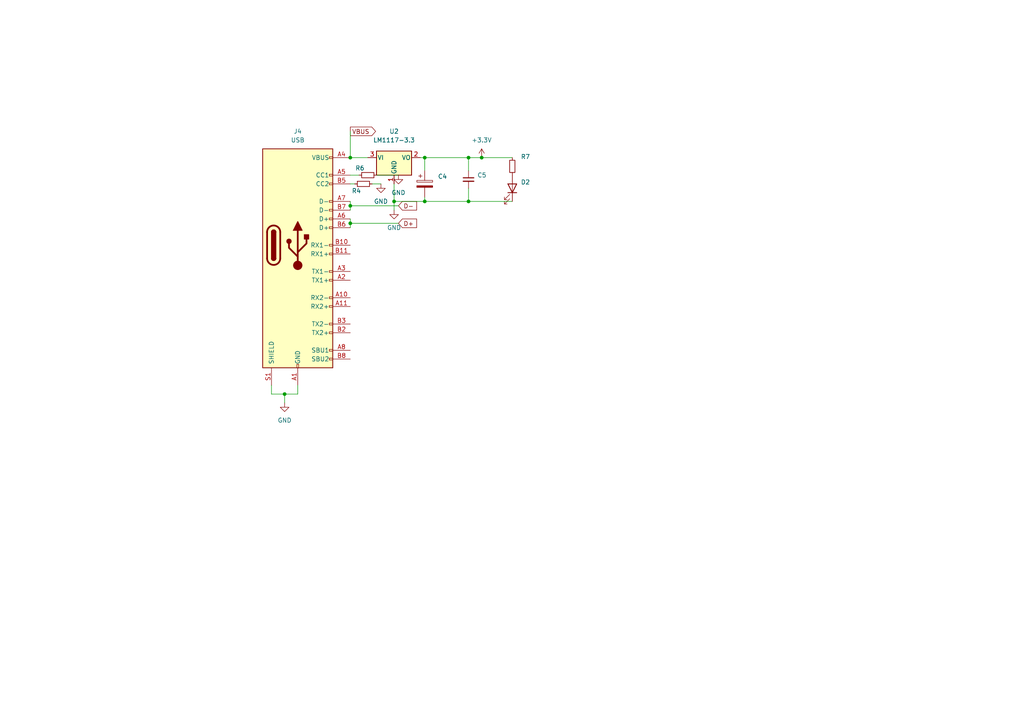
<source format=kicad_sch>
(kicad_sch (version 20231120) (generator "eeschema") (generator_version "8.0")
  (paper "A4")
  (title_block (title "Swindle CH32V303") (rev "H"))
  (lib_symbols
    (symbol "Connector:USB_C_Receptacle" (pin_names (offset 1.016))
      (property "Reference" "J" (at -10.16 29.21 0))
      (property "Value" "USB_C_Receptacle" (at 10.16 29.21 0))
      (symbol "USB_C_Receptacle_0_0"
        (rectangle (start -0.254 -35.56) (end 0.254 -34.544))
        (rectangle (start 10.16 -32.766) (end 9.144 -33.274))
        (rectangle (start 10.16 -30.226) (end 9.144 -30.734))
        (rectangle (start 10.16 -25.146) (end 9.144 -25.654))
        (rectangle (start 10.16 -22.606) (end 9.144 -23.114))
        (rectangle (start 10.16 -17.526) (end 9.144 -18.034))
        (rectangle (start 10.16 -14.986) (end 9.144 -15.494))
        (rectangle (start 10.16 -9.906) (end 9.144 -10.414))
        (rectangle (start 10.16 -7.366) (end 9.144 -7.874))
        (rectangle (start 10.16 -2.286) (end 9.144 -2.794))
        (rectangle (start 10.16 0.254) (end 9.144 -0.254))
        (rectangle (start 10.16 5.334) (end 9.144 4.826))
        (rectangle (start 10.16 7.874) (end 9.144 7.366))
        (rectangle (start 10.16 10.414) (end 9.144 9.906))
        (rectangle (start 10.16 12.954) (end 9.144 12.446))
        (rectangle (start 10.16 18.034) (end 9.144 17.526))
        (rectangle (start 10.16 20.574) (end 9.144 20.066))
        (rectangle (start 10.16 25.654) (end 9.144 25.146))
      )
      (symbol "USB_C_Receptacle_0_1"
        (rectangle (start -10.16 27.94) (end 10.16 -35.56) (stroke (width 0.254)) (fill (type background)))
        (arc (start -8.89 -3.81) (mid -6.985 -5.7067) (end -5.08 -3.81) (stroke (width 0.508)))
        (arc (start -7.62 -3.81) (mid -6.985 -4.4423) (end -6.35 -3.81) (stroke (width 0.254)))
        (arc (start -7.62 -3.81) (mid -6.985 -4.4423) (end -6.35 -3.81) (stroke (width 0.254)) (fill (type outline)))
        (rectangle (start -7.62 -3.81) (end -6.35 3.81) (stroke (width 0.254)) (fill (type outline)))
        (arc (start -6.35 3.81) (mid -6.985 4.4423) (end -7.62 3.81) (stroke (width 0.254)))
        (arc (start -6.35 3.81) (mid -6.985 4.4423) (end -7.62 3.81) (stroke (width 0.254)) (fill (type outline)))
        (arc (start -5.08 3.81) (mid -6.985 5.7067) (end -8.89 3.81) (stroke (width 0.508)))
        (polyline (pts (xy -8.89 -3.81) (xy -8.89 3.81)) (stroke (width 0.508)))
        (polyline (pts (xy -5.08 3.81) (xy -5.08 -3.81)) (stroke (width 0.508)))
      )
      (symbol "USB_C_Receptacle_1_1"
        (circle (center -2.54 1.143) (radius 0.635) (stroke (width 0.254)) (fill (type outline)))
        (circle (center 0 -5.842) (radius 1.27) (fill (type outline)))
        (polyline (pts (xy 0 -5.842) (xy 0 4.318)) (stroke (width 0.508)))
        (polyline (pts (xy 0 -3.302) (xy -2.54 -0.762) (xy -2.54 0.508)) (stroke (width 0.508)))
        (polyline (pts (xy 0 -2.032) (xy 2.54 0.508) (xy 2.54 1.778)) (stroke (width 0.508)))
        (polyline (pts (xy -1.27 4.318) (xy 0 6.858) (xy 1.27 4.318) (xy -1.27 4.318)) (stroke (width 0.254)) (fill (type outline)))
        (rectangle (start 1.905 1.778) (end 3.175 3.048) (stroke (width 0.254)) (fill (type outline)))
        (pin passive line (at 0 -40.64 90) (length 5.08) (name "GND") (number "A1"))
        (pin bidirectional line (at 15.24 -15.24 180) (length 5.08) (name "RX2-") (number "A10"))
        (pin bidirectional line (at 15.24 -17.78 180) (length 5.08) (name "RX2+") (number "A11"))
        (pin passive line (at 0 -40.64 90) (length 5.08) hide (name "GND") (number "A12"))
        (pin bidirectional line (at 15.24 -10.16 180) (length 5.08) (name "TX1+") (number "A2"))
        (pin bidirectional line (at 15.24 -7.62 180) (length 5.08) (name "TX1-") (number "A3"))
        (pin passive line (at 15.24 25.4 180) (length 5.08) (name "VBUS") (number "A4"))
        (pin bidirectional line (at 15.24 20.32 180) (length 5.08) (name "CC1") (number "A5"))
        (pin bidirectional line (at 15.24 7.62 180) (length 5.08) (name "D+") (number "A6"))
        (pin bidirectional line (at 15.24 12.7 180) (length 5.08) (name "D-") (number "A7"))
        (pin bidirectional line (at 15.24 -30.48 180) (length 5.08) (name "SBU1") (number "A8"))
        (pin passive line (at 15.24 25.4 180) (length 5.08) hide (name "VBUS") (number "A9"))
        (pin passive line (at 0 -40.64 90) (length 5.08) hide (name "GND") (number "B1"))
        (pin bidirectional line (at 15.24 0 180) (length 5.08) (name "RX1-") (number "B10"))
        (pin bidirectional line (at 15.24 -2.54 180) (length 5.08) (name "RX1+") (number "B11"))
        (pin passive line (at 0 -40.64 90) (length 5.08) hide (name "GND") (number "B12"))
        (pin bidirectional line (at 15.24 -25.4 180) (length 5.08) (name "TX2+") (number "B2"))
        (pin bidirectional line (at 15.24 -22.86 180) (length 5.08) (name "TX2-") (number "B3"))
        (pin passive line (at 15.24 25.4 180) (length 5.08) hide (name "VBUS") (number "B4"))
        (pin bidirectional line (at 15.24 17.78 180) (length 5.08) (name "CC2") (number "B5"))
        (pin bidirectional line (at 15.24 5.08 180) (length 5.08) (name "D+") (number "B6"))
        (pin bidirectional line (at 15.24 10.16 180) (length 5.08) (name "D-") (number "B7"))
        (pin bidirectional line (at 15.24 -33.02 180) (length 5.08) (name "SBU2") (number "B8"))
        (pin passive line (at 15.24 25.4 180) (length 5.08) hide (name "VBUS") (number "B9"))
        (pin passive line (at -7.62 -40.64 90) (length 5.08) (name "SHIELD") (number "S1"))
      )
    )
    (symbol "Device:C_Polarized" (pin_numbers hide) (pin_names (offset 0.254))
      (property "Reference" "C" (at 0.635 2.54 0))
      (property "Value" "C_Polarized" (at 0.635 -2.54 0))
      (symbol "C_Polarized_0_1"
        (rectangle (start -2.286 0.508) (end 2.286 1.016))
        (polyline (pts (xy -1.778 2.286) (xy -0.762 2.286)))
        (polyline (pts (xy -1.27 2.794) (xy -1.27 1.778)))
        (rectangle (start 2.286 -0.508) (end -2.286 -1.016) (fill (type outline)))
      )
      (symbol "C_Polarized_1_1"
        (pin passive line (at 0 3.81 270) (length 2.794) (name "~") (number "1"))
        (pin passive line (at 0 -3.81 90) (length 2.794) (name "~") (number "2"))
      )
    )
    (symbol "Device:C_Small" (pin_numbers hide) (pin_names (offset 0.254) hide)
      (property "Reference" "C" (at 0.254 1.778 0))
      (property "Value" "C_Small" (at 0.254 -2.032 0))
      (symbol "C_Small_0_1"
        (polyline (pts (xy -1.524 -0.508) (xy 1.524 -0.508)) (stroke (width 0.3302)))
        (polyline (pts (xy -1.524 0.508) (xy 1.524 0.508)) (stroke (width 0.3048)))
      )
      (symbol "C_Small_1_1"
        (pin passive line (at 0 2.54 270) (length 2.032) (name "~") (number "1"))
        (pin passive line (at 0 -2.54 90) (length 2.032) (name "~") (number "2"))
      )
    )
    (symbol "Device:LED" (pin_numbers hide) (pin_names (offset 1.016) hide)
      (property "Reference" "D" (at 0 2.54 0))
      (property "Value" "LED" (at 0 -2.54 0))
      (symbol "LED_0_1"
        (polyline (pts (xy -1.27 -1.27) (xy -1.27 1.27)) (stroke (width 0.254)))
        (polyline (pts (xy -1.27 0) (xy 1.27 0)))
        (polyline (pts (xy 1.27 -1.27) (xy 1.27 1.27) (xy -1.27 0) (xy 1.27 -1.27)) (stroke (width 0.254)))
        (polyline (pts (xy -3.048 -0.762) (xy -4.572 -2.286) (xy -3.81 -2.286) (xy -4.572 -2.286) (xy -4.572 -1.524)))
        (polyline (pts (xy -1.778 -0.762) (xy -3.302 -2.286) (xy -2.54 -2.286) (xy -3.302 -2.286) (xy -3.302 -1.524)))
      )
      (symbol "LED_1_1"
        (pin passive line (at -3.81 0 0) (length 2.54) (name "K") (number "1"))
        (pin passive line (at 3.81 0 180) (length 2.54) (name "A") (number "2"))
      )
    )
    (symbol "Device:R_Small" (pin_numbers hide) (pin_names (offset 0.254) hide)
      (property "Reference" "R" (at 0.762 0.508 0))
      (property "Value" "R_Small" (at 0.762 -1.016 0))
      (symbol "R_Small_0_1"
        (rectangle (start -0.762 1.778) (end 0.762 -1.778) (stroke (width 0.2032)))
      )
      (symbol "R_Small_1_1"
        (pin passive line (at 0 2.54 270) (length 0.762) (name "~") (number "1"))
        (pin passive line (at 0 -2.54 90) (length 0.762) (name "~") (number "2"))
      )
    )
    (symbol "Regulator_Linear:LM1117-3.3" (pin_names (offset 0.254))
      (property "Reference" "U" (at -3.81 3.175 0))
      (property "Value" "LM1117-3.3" (at 0 3.175 0))
      (symbol "LM1117-3.3_0_1"
        (rectangle (start -5.08 -5.08) (end 5.08 1.905) (stroke (width 0.254)) (fill (type background)))
      )
      (symbol "LM1117-3.3_1_1"
        (pin power_in line (at 0 -7.62 90) (length 2.54) (name "GND") (number "1"))
        (pin power_out line (at 7.62 0 180) (length 2.54) (name "VO") (number "2"))
        (pin power_in line (at -7.62 0 0) (length 2.54) (name "VI") (number "3"))
      )
    )
    (symbol "power:+3.3V" (power) (pin_names (offset 0))
      (property "Value" "+3.3V" (at 0 3.556 0))
      (symbol "+3.3V_0_1"
        (polyline (pts (xy -0.762 1.27) (xy 0 2.54)))
        (polyline (pts (xy 0 0) (xy 0 2.54)))
        (polyline (pts (xy 0 2.54) (xy 0.762 1.27)))
      )
      (symbol "+3.3V_1_1"
        (pin power_in line (at 0 0 90) (length 0) hide (name "+3.3V") (number "1"))
      )
    )
    (symbol "power:GND" (power) (pin_names (offset 0))
      (property "Value" "GND" (at 0 -3.81 0))
      (symbol "GND_0_1"
        (polyline (pts (xy 0 0) (xy 0 -1.27) (xy 1.27 -1.27) (xy 0 -2.54) (xy -1.27 -1.27) (xy 0 -1.27)))
      )
      (symbol "GND_1_1"
        (pin power_in line (at 0 0 270) (length 0) hide (name "GND") (number "1"))
      )
    )
  )
  (junction (at 101.6 59.69))
  (junction (at 123.19 58.42))
  (junction (at 82.55 114.3))
  (junction (at 123.19 45.72))
  (junction (at 135.89 45.72))
  (junction (at 114.3 58.42))
  (junction (at 135.89 58.42))
  (junction (at 139.7 45.72))
  (junction (at 101.6 64.77))
  (junction (at 101.6 45.72))
  (wire (pts (xy 109.22 50.8) (xy 115.57 50.8)))
  (wire (pts (xy 101.6 59.69) (xy 101.6 60.96)))
  (wire (pts (xy 78.74 111.76) (xy 78.74 114.3)))
  (wire (pts (xy 101.6 45.72) (xy 106.68 45.72)))
  (wire (pts (xy 101.6 59.69) (xy 115.57 59.69)))
  (wire (pts (xy 123.19 58.42) (xy 135.89 58.42)))
  (wire (pts (xy 123.19 49.53) (xy 123.19 45.72)))
  (wire (pts (xy 82.55 114.3) (xy 86.36 114.3)))
  (wire (pts (xy 135.89 45.72) (xy 139.7 45.72)))
  (wire (pts (xy 78.74 114.3) (xy 82.55 114.3)))
  (wire (pts (xy 123.19 45.72) (xy 135.89 45.72)))
  (wire (pts (xy 101.6 50.8) (xy 104.14 50.8)))
  (wire (pts (xy 101.6 38.1) (xy 101.6 45.72)))
  (wire (pts (xy 101.6 64.77) (xy 101.6 66.04)))
  (wire (pts (xy 101.6 63.5) (xy 101.6 64.77)))
  (wire (pts (xy 101.6 53.34) (xy 102.87 53.34)))
  (wire (pts (xy 114.3 58.42) (xy 123.19 58.42)))
  (wire (pts (xy 114.3 53.34) (xy 114.3 58.42)))
  (wire (pts (xy 82.55 114.3) (xy 82.55 116.84)))
  (wire (pts (xy 121.92 45.72) (xy 123.19 45.72)))
  (wire (pts (xy 114.3 58.42) (xy 114.3 60.96)))
  (wire (pts (xy 123.19 57.15) (xy 123.19 58.42)))
  (wire (pts (xy 86.36 111.76) (xy 86.36 114.3)))
  (wire (pts (xy 135.89 54.61) (xy 135.89 58.42)))
  (wire (pts (xy 101.6 58.42) (xy 101.6 59.69)))
  (wire (pts (xy 135.89 49.53) (xy 135.89 45.72)))
  (wire (pts (xy 139.7 45.72) (xy 148.59 45.72)))
  (wire (pts (xy 101.6 64.77) (xy 115.57 64.77)))
  (wire (pts (xy 107.95 53.34) (xy 110.49 53.34)))
  (wire (pts (xy 135.89 58.42) (xy 148.59 58.42)))
  (global_label "D+" (shape input) (at 115.57 64.77 0) (property "Intersheetrefs" "${INTERSHEET_REFS}" (effects (hide yes))))
  (global_label "D-" (shape input) (at 115.57 59.69 0) (property "Intersheetrefs" "${INTERSHEET_REFS}" (effects (hide yes))))
  (global_label "VBUS" (shape output) (at 101.6 38.1 0) (property "Intersheetrefs" "${INTERSHEET_REFS}" (effects (hide yes))))
  (symbol (lib_id "power:GND") (at 110.49 53.34 0) (unit 1)
    (property "Reference" "#PWR013" (effects (hide yes)))
    (property "Value" "GND" (at 110.49 58.42 0))
  )
  (symbol (lib_id "Connector:USB_C_Receptacle") (at 86.36 71.12 0) (unit 1)
    (property "Reference" "J4" (at 86.36 38.1 0))
    (property "Value" "USB" (at 86.36 40.64 0))
    (property "Footprint" "Connector_USB:USB_C_Receptacle_Palconn_UTC16-G" (effects (hide yes)))
    (property "Datasheet" "https://www.usb.org/sites/default/files/documents/usb_type-c.zip" (effects (hide yes)))
    (property "Description" "USB Full-Featured Type-C Receptacle connector" (effects (hide yes)))
  )
  (symbol (lib_id "Device:R_Small") (at 148.59 48.26 0) (unit 1)
    (property "Reference" "R7" (at 152.4 45.466 0))
    (property "Value" "330" (effects (hide yes)))
    (property "Footprint" "Resistor_SMD:R_0603_1608Metric" (effects (hide yes)))
  )
  (symbol (lib_id "Device:LED") (at 148.59 54.61 270) (mirror x) (unit 1)
    (property "Reference" "D2" (at 152.4 52.832 90))
    (property "Value" "LED" (effects (hide yes)))
    (property "Footprint" "Diode_SMD:D_0805_2012Metric" (effects (hide yes)))
  )
  (symbol (lib_id "Device:C_Polarized") (at 123.19 53.34 0) (unit 1)
    (property "Reference" "C4" (at 127 51.1809 0) (effects (justify left)))
    (property "Value" "100u" (effects (hide yes)))
    (property "Footprint" "Capacitor_SMD:C_1206_3216Metric_Pad1.33x1.80mm_HandSolder" (effects (hide yes)))
  )
  (symbol (lib_id "power:GND") (at 114.3 60.96 0) (unit 1)
    (property "Reference" "#PWR014" (effects (hide yes)))
    (property "Value" "GND" (at 114.3 66.04 0))
  )
  (symbol (lib_id "Device:R_Small") (at 106.68 50.8 270) (unit 1)
    (property "Reference" "R6" (at 104.394 48.768 90))
    (property "Value" "5.1k" (effects (hide yes)))
    (property "Footprint" "Resistor_SMD:R_0603_1608Metric" (effects (hide yes)))
  )
  (symbol (lib_id "Regulator_Linear:LM1117-3.3") (at 114.3 45.72 0) (unit 1)
    (property "Reference" "U2" (at 114.3 38.1 0))
    (property "Value" "LM1117-3.3" (at 114.3 40.64 0))
    (property "Footprint" "Package_TO_SOT_SMD:SOT-223" (effects (hide yes)))
    (property "Datasheet" "http://www.ti.com/lit/ds/symlink/lm1117.pdf" (effects (hide yes)))
  )
  (symbol (lib_id "power:GND") (at 115.57 50.8 0) (unit 1)
    (property "Reference" "#PWR015" (effects (hide yes)))
    (property "Value" "GND" (at 115.57 55.88 0))
  )
  (symbol (lib_id "Device:C_Small") (at 135.89 52.07 0) (unit 1)
    (property "Reference" "C5" (at 138.43 50.8062 0) (effects (justify left)))
    (property "Value" "100n" (effects (hide yes)))
    (property "Footprint" "Resistor_SMD:R_0603_1608Metric" (effects (hide yes)))
  )
  (symbol (lib_id "power:+3.3V") (at 139.7 45.72 0) (unit 1)
    (property "Reference" "#PWR019" (effects (hide yes)))
    (property "Value" "+3.3V" (at 139.7 40.64 0))
  )
  (symbol (lib_id "Device:R_Small") (at 105.41 53.34 270) (unit 1)
    (property "Reference" "R4" (at 103.378 55.372 90))
    (property "Value" "5.1k" (effects (hide yes)))
    (property "Footprint" "Resistor_SMD:R_0603_1608Metric" (effects (hide yes)))
  )
  (symbol (lib_id "power:GND") (at 82.55 116.84 0) (unit 1)
    (property "Reference" "#PWR09" (effects (hide yes)))
    (property "Value" "GND" (at 82.55 121.92 0))
  )
)
</source>
